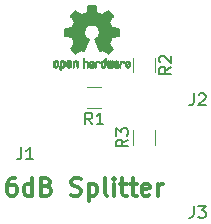
<source format=gto>
G04 #@! TF.GenerationSoftware,KiCad,Pcbnew,5.0.1*
G04 #@! TF.CreationDate,2018-12-27T15:12:00+01:00*
G04 #@! TF.ProjectId,6dBSplitter,36644253706C69747465722E6B696361,rev?*
G04 #@! TF.SameCoordinates,Original*
G04 #@! TF.FileFunction,Legend,Top*
G04 #@! TF.FilePolarity,Positive*
%FSLAX46Y46*%
G04 Gerber Fmt 4.6, Leading zero omitted, Abs format (unit mm)*
G04 Created by KiCad (PCBNEW 5.0.1) date Do 27 Dez 2018 15:12:00 CET*
%MOMM*%
%LPD*%
G01*
G04 APERTURE LIST*
%ADD10C,0.300000*%
%ADD11C,0.120000*%
%ADD12C,0.010000*%
%ADD13C,0.150000*%
G04 APERTURE END LIST*
D10*
X113558571Y-103953571D02*
X113272857Y-103953571D01*
X113130000Y-104025000D01*
X113058571Y-104096428D01*
X112915714Y-104310714D01*
X112844285Y-104596428D01*
X112844285Y-105167857D01*
X112915714Y-105310714D01*
X112987142Y-105382142D01*
X113130000Y-105453571D01*
X113415714Y-105453571D01*
X113558571Y-105382142D01*
X113630000Y-105310714D01*
X113701428Y-105167857D01*
X113701428Y-104810714D01*
X113630000Y-104667857D01*
X113558571Y-104596428D01*
X113415714Y-104525000D01*
X113130000Y-104525000D01*
X112987142Y-104596428D01*
X112915714Y-104667857D01*
X112844285Y-104810714D01*
X114987142Y-105453571D02*
X114987142Y-103953571D01*
X114987142Y-105382142D02*
X114844285Y-105453571D01*
X114558571Y-105453571D01*
X114415714Y-105382142D01*
X114344285Y-105310714D01*
X114272857Y-105167857D01*
X114272857Y-104739285D01*
X114344285Y-104596428D01*
X114415714Y-104525000D01*
X114558571Y-104453571D01*
X114844285Y-104453571D01*
X114987142Y-104525000D01*
X116201428Y-104667857D02*
X116415714Y-104739285D01*
X116487142Y-104810714D01*
X116558571Y-104953571D01*
X116558571Y-105167857D01*
X116487142Y-105310714D01*
X116415714Y-105382142D01*
X116272857Y-105453571D01*
X115701428Y-105453571D01*
X115701428Y-103953571D01*
X116201428Y-103953571D01*
X116344285Y-104025000D01*
X116415714Y-104096428D01*
X116487142Y-104239285D01*
X116487142Y-104382142D01*
X116415714Y-104525000D01*
X116344285Y-104596428D01*
X116201428Y-104667857D01*
X115701428Y-104667857D01*
X118272857Y-105382142D02*
X118487142Y-105453571D01*
X118844285Y-105453571D01*
X118987142Y-105382142D01*
X119058571Y-105310714D01*
X119130000Y-105167857D01*
X119130000Y-105025000D01*
X119058571Y-104882142D01*
X118987142Y-104810714D01*
X118844285Y-104739285D01*
X118558571Y-104667857D01*
X118415714Y-104596428D01*
X118344285Y-104525000D01*
X118272857Y-104382142D01*
X118272857Y-104239285D01*
X118344285Y-104096428D01*
X118415714Y-104025000D01*
X118558571Y-103953571D01*
X118915714Y-103953571D01*
X119130000Y-104025000D01*
X119772857Y-104453571D02*
X119772857Y-105953571D01*
X119772857Y-104525000D02*
X119915714Y-104453571D01*
X120201428Y-104453571D01*
X120344285Y-104525000D01*
X120415714Y-104596428D01*
X120487142Y-104739285D01*
X120487142Y-105167857D01*
X120415714Y-105310714D01*
X120344285Y-105382142D01*
X120201428Y-105453571D01*
X119915714Y-105453571D01*
X119772857Y-105382142D01*
X121344285Y-105453571D02*
X121201428Y-105382142D01*
X121130000Y-105239285D01*
X121130000Y-103953571D01*
X121915714Y-105453571D02*
X121915714Y-104453571D01*
X121915714Y-103953571D02*
X121844285Y-104025000D01*
X121915714Y-104096428D01*
X121987142Y-104025000D01*
X121915714Y-103953571D01*
X121915714Y-104096428D01*
X122415714Y-104453571D02*
X122987142Y-104453571D01*
X122630000Y-103953571D02*
X122630000Y-105239285D01*
X122701428Y-105382142D01*
X122844285Y-105453571D01*
X122987142Y-105453571D01*
X123272857Y-104453571D02*
X123844285Y-104453571D01*
X123487142Y-103953571D02*
X123487142Y-105239285D01*
X123558571Y-105382142D01*
X123701428Y-105453571D01*
X123844285Y-105453571D01*
X124915714Y-105382142D02*
X124772857Y-105453571D01*
X124487142Y-105453571D01*
X124344285Y-105382142D01*
X124272857Y-105239285D01*
X124272857Y-104667857D01*
X124344285Y-104525000D01*
X124487142Y-104453571D01*
X124772857Y-104453571D01*
X124915714Y-104525000D01*
X124987142Y-104667857D01*
X124987142Y-104810714D01*
X124272857Y-104953571D01*
X125630000Y-105453571D02*
X125630000Y-104453571D01*
X125630000Y-104739285D02*
X125701428Y-104596428D01*
X125772857Y-104525000D01*
X125915714Y-104453571D01*
X126058571Y-104453571D01*
D11*
G04 #@! TO.C,R1*
X120834564Y-98065000D02*
X119630436Y-98065000D01*
X120834564Y-96245000D02*
X119630436Y-96245000D01*
G04 #@! TO.C,R2*
X123550000Y-93795436D02*
X123550000Y-94999564D01*
X125370000Y-93795436D02*
X125370000Y-94999564D01*
G04 #@! TO.C,R3*
X123550000Y-101149564D02*
X123550000Y-99945436D01*
X125370000Y-101149564D02*
X125370000Y-99945436D01*
D12*
G04 #@! TO.C,REF\002A\002A*
G36*
X120118910Y-89317348D02*
X120197454Y-89317778D01*
X120254298Y-89318942D01*
X120293105Y-89321207D01*
X120317538Y-89324940D01*
X120331262Y-89330506D01*
X120337940Y-89338273D01*
X120341236Y-89348605D01*
X120341556Y-89349943D01*
X120346562Y-89374079D01*
X120355829Y-89421701D01*
X120368392Y-89487741D01*
X120383287Y-89567128D01*
X120399551Y-89654796D01*
X120400119Y-89657875D01*
X120416410Y-89743789D01*
X120431652Y-89819696D01*
X120444861Y-89881045D01*
X120455054Y-89923282D01*
X120461248Y-89941855D01*
X120461543Y-89942184D01*
X120479788Y-89951253D01*
X120517405Y-89966367D01*
X120566271Y-89984262D01*
X120566543Y-89984358D01*
X120628093Y-90007493D01*
X120700657Y-90036965D01*
X120769057Y-90066597D01*
X120772294Y-90068062D01*
X120883702Y-90118626D01*
X121130399Y-89950160D01*
X121206077Y-89898803D01*
X121274631Y-89852889D01*
X121332088Y-89815030D01*
X121374476Y-89787837D01*
X121397825Y-89773921D01*
X121400042Y-89772889D01*
X121417010Y-89777484D01*
X121448701Y-89799655D01*
X121496352Y-89840447D01*
X121561198Y-89900905D01*
X121627397Y-89965227D01*
X121691214Y-90028612D01*
X121748329Y-90086451D01*
X121795305Y-90135175D01*
X121828703Y-90171210D01*
X121845085Y-90190984D01*
X121845694Y-90192002D01*
X121847505Y-90205572D01*
X121840683Y-90227733D01*
X121823540Y-90261478D01*
X121794393Y-90309800D01*
X121751555Y-90375692D01*
X121694448Y-90460517D01*
X121643766Y-90535177D01*
X121598461Y-90602140D01*
X121561150Y-90657516D01*
X121534452Y-90697420D01*
X121520985Y-90717962D01*
X121520137Y-90719356D01*
X121521781Y-90739038D01*
X121534245Y-90777293D01*
X121555048Y-90826889D01*
X121562462Y-90842728D01*
X121594814Y-90913290D01*
X121629328Y-90993353D01*
X121657365Y-91062629D01*
X121677568Y-91114045D01*
X121693615Y-91153119D01*
X121702888Y-91173541D01*
X121704041Y-91175114D01*
X121721096Y-91177721D01*
X121761298Y-91184863D01*
X121819302Y-91195523D01*
X121889763Y-91208685D01*
X121967335Y-91223333D01*
X122046672Y-91238449D01*
X122122431Y-91253018D01*
X122189264Y-91266022D01*
X122241828Y-91276445D01*
X122274776Y-91283270D01*
X122282857Y-91285199D01*
X122291205Y-91289962D01*
X122297506Y-91300718D01*
X122302045Y-91321098D01*
X122305104Y-91354734D01*
X122306967Y-91405255D01*
X122307918Y-91476292D01*
X122308240Y-91571476D01*
X122308257Y-91610492D01*
X122308257Y-91927799D01*
X122232057Y-91942839D01*
X122189663Y-91950995D01*
X122126400Y-91962899D01*
X122049962Y-91977116D01*
X121968043Y-91992210D01*
X121945400Y-91996355D01*
X121869806Y-92011053D01*
X121803953Y-92025505D01*
X121753366Y-92038375D01*
X121723574Y-92048322D01*
X121718612Y-92051287D01*
X121706426Y-92072283D01*
X121688953Y-92112967D01*
X121669577Y-92165322D01*
X121665734Y-92176600D01*
X121640339Y-92246523D01*
X121608817Y-92325418D01*
X121577969Y-92396266D01*
X121577817Y-92396595D01*
X121526447Y-92507733D01*
X121695399Y-92756253D01*
X121864352Y-93004772D01*
X121647429Y-93222058D01*
X121581819Y-93286726D01*
X121521979Y-93343733D01*
X121471267Y-93390033D01*
X121433046Y-93422584D01*
X121410675Y-93438343D01*
X121407466Y-93439343D01*
X121388626Y-93431469D01*
X121350180Y-93409578D01*
X121296330Y-93376267D01*
X121231276Y-93334131D01*
X121160940Y-93286943D01*
X121089555Y-93238810D01*
X121025908Y-93196928D01*
X120974041Y-93163871D01*
X120937995Y-93142218D01*
X120921867Y-93134543D01*
X120902189Y-93141037D01*
X120864875Y-93158150D01*
X120817621Y-93182326D01*
X120812612Y-93185013D01*
X120748977Y-93216927D01*
X120705341Y-93232579D01*
X120678202Y-93232745D01*
X120664057Y-93218204D01*
X120663975Y-93218000D01*
X120656905Y-93200779D01*
X120640042Y-93159899D01*
X120614695Y-93098525D01*
X120582171Y-93019819D01*
X120543778Y-92926947D01*
X120500822Y-92823072D01*
X120459222Y-92722502D01*
X120413504Y-92611516D01*
X120371526Y-92508703D01*
X120334548Y-92417215D01*
X120303827Y-92340201D01*
X120280622Y-92280815D01*
X120266190Y-92242209D01*
X120261743Y-92227800D01*
X120272896Y-92211272D01*
X120302069Y-92184930D01*
X120340971Y-92155887D01*
X120451757Y-92064039D01*
X120538351Y-91958759D01*
X120599716Y-91842266D01*
X120634815Y-91716776D01*
X120642608Y-91584507D01*
X120636943Y-91523457D01*
X120606078Y-91396795D01*
X120552920Y-91284941D01*
X120480767Y-91189001D01*
X120392917Y-91110076D01*
X120292665Y-91049270D01*
X120183310Y-91007687D01*
X120068147Y-90986428D01*
X119950475Y-90986599D01*
X119833590Y-91009301D01*
X119720789Y-91055638D01*
X119615369Y-91126713D01*
X119571368Y-91166911D01*
X119486979Y-91270129D01*
X119428222Y-91382925D01*
X119394704Y-91502010D01*
X119386035Y-91624095D01*
X119401823Y-91745893D01*
X119441678Y-91864116D01*
X119505207Y-91975475D01*
X119592021Y-92076684D01*
X119689029Y-92155887D01*
X119729437Y-92186162D01*
X119757982Y-92212219D01*
X119768257Y-92227825D01*
X119762877Y-92244843D01*
X119747575Y-92285500D01*
X119723612Y-92346642D01*
X119692244Y-92425119D01*
X119654732Y-92517780D01*
X119612333Y-92621472D01*
X119570663Y-92722526D01*
X119524690Y-92833607D01*
X119482107Y-92936541D01*
X119444221Y-93028165D01*
X119412340Y-93105316D01*
X119387771Y-93164831D01*
X119371820Y-93203544D01*
X119365910Y-93218000D01*
X119351948Y-93232685D01*
X119324940Y-93232642D01*
X119281413Y-93217099D01*
X119217890Y-93185284D01*
X119217388Y-93185013D01*
X119169560Y-93160323D01*
X119130897Y-93142338D01*
X119109095Y-93134614D01*
X119108133Y-93134543D01*
X119091721Y-93142378D01*
X119055487Y-93164165D01*
X119003474Y-93197328D01*
X118939725Y-93239291D01*
X118869060Y-93286943D01*
X118797116Y-93335191D01*
X118732274Y-93377151D01*
X118678735Y-93410227D01*
X118640697Y-93431821D01*
X118622533Y-93439343D01*
X118605808Y-93429457D01*
X118572180Y-93401826D01*
X118525010Y-93359495D01*
X118467658Y-93305505D01*
X118403484Y-93242899D01*
X118382497Y-93221983D01*
X118165499Y-93004623D01*
X118330668Y-92762220D01*
X118380864Y-92687781D01*
X118424919Y-92620972D01*
X118460362Y-92565665D01*
X118484719Y-92525729D01*
X118495522Y-92505036D01*
X118495838Y-92503563D01*
X118490143Y-92484058D01*
X118474826Y-92444822D01*
X118452537Y-92392430D01*
X118436893Y-92357355D01*
X118407641Y-92290201D01*
X118380094Y-92222358D01*
X118358737Y-92165034D01*
X118352935Y-92147572D01*
X118336452Y-92100938D01*
X118320340Y-92064905D01*
X118311490Y-92051287D01*
X118291960Y-92042952D01*
X118249334Y-92031137D01*
X118189145Y-92017181D01*
X118116922Y-92002422D01*
X118084600Y-91996355D01*
X118002522Y-91981273D01*
X117923795Y-91966669D01*
X117856109Y-91953980D01*
X117807160Y-91944642D01*
X117797943Y-91942839D01*
X117721743Y-91927799D01*
X117721743Y-91610492D01*
X117721914Y-91506154D01*
X117722616Y-91427213D01*
X117724134Y-91370038D01*
X117726749Y-91330999D01*
X117730746Y-91306465D01*
X117736409Y-91292805D01*
X117744020Y-91286389D01*
X117747143Y-91285199D01*
X117765978Y-91280980D01*
X117807588Y-91272562D01*
X117866630Y-91260961D01*
X117937757Y-91247195D01*
X118015625Y-91232280D01*
X118094887Y-91217232D01*
X118170198Y-91203069D01*
X118236213Y-91190806D01*
X118287587Y-91181461D01*
X118318975Y-91176050D01*
X118325959Y-91175114D01*
X118332285Y-91162596D01*
X118346290Y-91129246D01*
X118365355Y-91081377D01*
X118372634Y-91062629D01*
X118401996Y-90990195D01*
X118436571Y-90910170D01*
X118467537Y-90842728D01*
X118490323Y-90791159D01*
X118505482Y-90748785D01*
X118510542Y-90722834D01*
X118509736Y-90719356D01*
X118499041Y-90702936D01*
X118474620Y-90666417D01*
X118439095Y-90613687D01*
X118395087Y-90548635D01*
X118345217Y-90475151D01*
X118335356Y-90460645D01*
X118277492Y-90374704D01*
X118234956Y-90309261D01*
X118206054Y-90261304D01*
X118189090Y-90227820D01*
X118182367Y-90205795D01*
X118184190Y-90192217D01*
X118184236Y-90192131D01*
X118198586Y-90174297D01*
X118230323Y-90139817D01*
X118276010Y-90092268D01*
X118332204Y-90035222D01*
X118395468Y-89972255D01*
X118402602Y-89965227D01*
X118482330Y-89888020D01*
X118543857Y-89831330D01*
X118588421Y-89794110D01*
X118617257Y-89775315D01*
X118629958Y-89772889D01*
X118648494Y-89783471D01*
X118686961Y-89807916D01*
X118741386Y-89843612D01*
X118807798Y-89887947D01*
X118882225Y-89938311D01*
X118899601Y-89950160D01*
X119146297Y-90118626D01*
X119257706Y-90068062D01*
X119325457Y-90038595D01*
X119398183Y-90008959D01*
X119460703Y-89985330D01*
X119463457Y-89984358D01*
X119512360Y-89966457D01*
X119550057Y-89951320D01*
X119568425Y-89942210D01*
X119568456Y-89942184D01*
X119574285Y-89925717D01*
X119584192Y-89885219D01*
X119597195Y-89825242D01*
X119612309Y-89750340D01*
X119628552Y-89665064D01*
X119629881Y-89657875D01*
X119646175Y-89570014D01*
X119661133Y-89490260D01*
X119673791Y-89423681D01*
X119683186Y-89375347D01*
X119688354Y-89350325D01*
X119688444Y-89349943D01*
X119691589Y-89339299D01*
X119697704Y-89331262D01*
X119710453Y-89325467D01*
X119733500Y-89321547D01*
X119770509Y-89319135D01*
X119825144Y-89317865D01*
X119901067Y-89317371D01*
X120001944Y-89317286D01*
X120015000Y-89317286D01*
X120118910Y-89317348D01*
X120118910Y-89317348D01*
G37*
X120118910Y-89317348D02*
X120197454Y-89317778D01*
X120254298Y-89318942D01*
X120293105Y-89321207D01*
X120317538Y-89324940D01*
X120331262Y-89330506D01*
X120337940Y-89338273D01*
X120341236Y-89348605D01*
X120341556Y-89349943D01*
X120346562Y-89374079D01*
X120355829Y-89421701D01*
X120368392Y-89487741D01*
X120383287Y-89567128D01*
X120399551Y-89654796D01*
X120400119Y-89657875D01*
X120416410Y-89743789D01*
X120431652Y-89819696D01*
X120444861Y-89881045D01*
X120455054Y-89923282D01*
X120461248Y-89941855D01*
X120461543Y-89942184D01*
X120479788Y-89951253D01*
X120517405Y-89966367D01*
X120566271Y-89984262D01*
X120566543Y-89984358D01*
X120628093Y-90007493D01*
X120700657Y-90036965D01*
X120769057Y-90066597D01*
X120772294Y-90068062D01*
X120883702Y-90118626D01*
X121130399Y-89950160D01*
X121206077Y-89898803D01*
X121274631Y-89852889D01*
X121332088Y-89815030D01*
X121374476Y-89787837D01*
X121397825Y-89773921D01*
X121400042Y-89772889D01*
X121417010Y-89777484D01*
X121448701Y-89799655D01*
X121496352Y-89840447D01*
X121561198Y-89900905D01*
X121627397Y-89965227D01*
X121691214Y-90028612D01*
X121748329Y-90086451D01*
X121795305Y-90135175D01*
X121828703Y-90171210D01*
X121845085Y-90190984D01*
X121845694Y-90192002D01*
X121847505Y-90205572D01*
X121840683Y-90227733D01*
X121823540Y-90261478D01*
X121794393Y-90309800D01*
X121751555Y-90375692D01*
X121694448Y-90460517D01*
X121643766Y-90535177D01*
X121598461Y-90602140D01*
X121561150Y-90657516D01*
X121534452Y-90697420D01*
X121520985Y-90717962D01*
X121520137Y-90719356D01*
X121521781Y-90739038D01*
X121534245Y-90777293D01*
X121555048Y-90826889D01*
X121562462Y-90842728D01*
X121594814Y-90913290D01*
X121629328Y-90993353D01*
X121657365Y-91062629D01*
X121677568Y-91114045D01*
X121693615Y-91153119D01*
X121702888Y-91173541D01*
X121704041Y-91175114D01*
X121721096Y-91177721D01*
X121761298Y-91184863D01*
X121819302Y-91195523D01*
X121889763Y-91208685D01*
X121967335Y-91223333D01*
X122046672Y-91238449D01*
X122122431Y-91253018D01*
X122189264Y-91266022D01*
X122241828Y-91276445D01*
X122274776Y-91283270D01*
X122282857Y-91285199D01*
X122291205Y-91289962D01*
X122297506Y-91300718D01*
X122302045Y-91321098D01*
X122305104Y-91354734D01*
X122306967Y-91405255D01*
X122307918Y-91476292D01*
X122308240Y-91571476D01*
X122308257Y-91610492D01*
X122308257Y-91927799D01*
X122232057Y-91942839D01*
X122189663Y-91950995D01*
X122126400Y-91962899D01*
X122049962Y-91977116D01*
X121968043Y-91992210D01*
X121945400Y-91996355D01*
X121869806Y-92011053D01*
X121803953Y-92025505D01*
X121753366Y-92038375D01*
X121723574Y-92048322D01*
X121718612Y-92051287D01*
X121706426Y-92072283D01*
X121688953Y-92112967D01*
X121669577Y-92165322D01*
X121665734Y-92176600D01*
X121640339Y-92246523D01*
X121608817Y-92325418D01*
X121577969Y-92396266D01*
X121577817Y-92396595D01*
X121526447Y-92507733D01*
X121695399Y-92756253D01*
X121864352Y-93004772D01*
X121647429Y-93222058D01*
X121581819Y-93286726D01*
X121521979Y-93343733D01*
X121471267Y-93390033D01*
X121433046Y-93422584D01*
X121410675Y-93438343D01*
X121407466Y-93439343D01*
X121388626Y-93431469D01*
X121350180Y-93409578D01*
X121296330Y-93376267D01*
X121231276Y-93334131D01*
X121160940Y-93286943D01*
X121089555Y-93238810D01*
X121025908Y-93196928D01*
X120974041Y-93163871D01*
X120937995Y-93142218D01*
X120921867Y-93134543D01*
X120902189Y-93141037D01*
X120864875Y-93158150D01*
X120817621Y-93182326D01*
X120812612Y-93185013D01*
X120748977Y-93216927D01*
X120705341Y-93232579D01*
X120678202Y-93232745D01*
X120664057Y-93218204D01*
X120663975Y-93218000D01*
X120656905Y-93200779D01*
X120640042Y-93159899D01*
X120614695Y-93098525D01*
X120582171Y-93019819D01*
X120543778Y-92926947D01*
X120500822Y-92823072D01*
X120459222Y-92722502D01*
X120413504Y-92611516D01*
X120371526Y-92508703D01*
X120334548Y-92417215D01*
X120303827Y-92340201D01*
X120280622Y-92280815D01*
X120266190Y-92242209D01*
X120261743Y-92227800D01*
X120272896Y-92211272D01*
X120302069Y-92184930D01*
X120340971Y-92155887D01*
X120451757Y-92064039D01*
X120538351Y-91958759D01*
X120599716Y-91842266D01*
X120634815Y-91716776D01*
X120642608Y-91584507D01*
X120636943Y-91523457D01*
X120606078Y-91396795D01*
X120552920Y-91284941D01*
X120480767Y-91189001D01*
X120392917Y-91110076D01*
X120292665Y-91049270D01*
X120183310Y-91007687D01*
X120068147Y-90986428D01*
X119950475Y-90986599D01*
X119833590Y-91009301D01*
X119720789Y-91055638D01*
X119615369Y-91126713D01*
X119571368Y-91166911D01*
X119486979Y-91270129D01*
X119428222Y-91382925D01*
X119394704Y-91502010D01*
X119386035Y-91624095D01*
X119401823Y-91745893D01*
X119441678Y-91864116D01*
X119505207Y-91975475D01*
X119592021Y-92076684D01*
X119689029Y-92155887D01*
X119729437Y-92186162D01*
X119757982Y-92212219D01*
X119768257Y-92227825D01*
X119762877Y-92244843D01*
X119747575Y-92285500D01*
X119723612Y-92346642D01*
X119692244Y-92425119D01*
X119654732Y-92517780D01*
X119612333Y-92621472D01*
X119570663Y-92722526D01*
X119524690Y-92833607D01*
X119482107Y-92936541D01*
X119444221Y-93028165D01*
X119412340Y-93105316D01*
X119387771Y-93164831D01*
X119371820Y-93203544D01*
X119365910Y-93218000D01*
X119351948Y-93232685D01*
X119324940Y-93232642D01*
X119281413Y-93217099D01*
X119217890Y-93185284D01*
X119217388Y-93185013D01*
X119169560Y-93160323D01*
X119130897Y-93142338D01*
X119109095Y-93134614D01*
X119108133Y-93134543D01*
X119091721Y-93142378D01*
X119055487Y-93164165D01*
X119003474Y-93197328D01*
X118939725Y-93239291D01*
X118869060Y-93286943D01*
X118797116Y-93335191D01*
X118732274Y-93377151D01*
X118678735Y-93410227D01*
X118640697Y-93431821D01*
X118622533Y-93439343D01*
X118605808Y-93429457D01*
X118572180Y-93401826D01*
X118525010Y-93359495D01*
X118467658Y-93305505D01*
X118403484Y-93242899D01*
X118382497Y-93221983D01*
X118165499Y-93004623D01*
X118330668Y-92762220D01*
X118380864Y-92687781D01*
X118424919Y-92620972D01*
X118460362Y-92565665D01*
X118484719Y-92525729D01*
X118495522Y-92505036D01*
X118495838Y-92503563D01*
X118490143Y-92484058D01*
X118474826Y-92444822D01*
X118452537Y-92392430D01*
X118436893Y-92357355D01*
X118407641Y-92290201D01*
X118380094Y-92222358D01*
X118358737Y-92165034D01*
X118352935Y-92147572D01*
X118336452Y-92100938D01*
X118320340Y-92064905D01*
X118311490Y-92051287D01*
X118291960Y-92042952D01*
X118249334Y-92031137D01*
X118189145Y-92017181D01*
X118116922Y-92002422D01*
X118084600Y-91996355D01*
X118002522Y-91981273D01*
X117923795Y-91966669D01*
X117856109Y-91953980D01*
X117807160Y-91944642D01*
X117797943Y-91942839D01*
X117721743Y-91927799D01*
X117721743Y-91610492D01*
X117721914Y-91506154D01*
X117722616Y-91427213D01*
X117724134Y-91370038D01*
X117726749Y-91330999D01*
X117730746Y-91306465D01*
X117736409Y-91292805D01*
X117744020Y-91286389D01*
X117747143Y-91285199D01*
X117765978Y-91280980D01*
X117807588Y-91272562D01*
X117866630Y-91260961D01*
X117937757Y-91247195D01*
X118015625Y-91232280D01*
X118094887Y-91217232D01*
X118170198Y-91203069D01*
X118236213Y-91190806D01*
X118287587Y-91181461D01*
X118318975Y-91176050D01*
X118325959Y-91175114D01*
X118332285Y-91162596D01*
X118346290Y-91129246D01*
X118365355Y-91081377D01*
X118372634Y-91062629D01*
X118401996Y-90990195D01*
X118436571Y-90910170D01*
X118467537Y-90842728D01*
X118490323Y-90791159D01*
X118505482Y-90748785D01*
X118510542Y-90722834D01*
X118509736Y-90719356D01*
X118499041Y-90702936D01*
X118474620Y-90666417D01*
X118439095Y-90613687D01*
X118395087Y-90548635D01*
X118345217Y-90475151D01*
X118335356Y-90460645D01*
X118277492Y-90374704D01*
X118234956Y-90309261D01*
X118206054Y-90261304D01*
X118189090Y-90227820D01*
X118182367Y-90205795D01*
X118184190Y-90192217D01*
X118184236Y-90192131D01*
X118198586Y-90174297D01*
X118230323Y-90139817D01*
X118276010Y-90092268D01*
X118332204Y-90035222D01*
X118395468Y-89972255D01*
X118402602Y-89965227D01*
X118482330Y-89888020D01*
X118543857Y-89831330D01*
X118588421Y-89794110D01*
X118617257Y-89775315D01*
X118629958Y-89772889D01*
X118648494Y-89783471D01*
X118686961Y-89807916D01*
X118741386Y-89843612D01*
X118807798Y-89887947D01*
X118882225Y-89938311D01*
X118899601Y-89950160D01*
X119146297Y-90118626D01*
X119257706Y-90068062D01*
X119325457Y-90038595D01*
X119398183Y-90008959D01*
X119460703Y-89985330D01*
X119463457Y-89984358D01*
X119512360Y-89966457D01*
X119550057Y-89951320D01*
X119568425Y-89942210D01*
X119568456Y-89942184D01*
X119574285Y-89925717D01*
X119584192Y-89885219D01*
X119597195Y-89825242D01*
X119612309Y-89750340D01*
X119628552Y-89665064D01*
X119629881Y-89657875D01*
X119646175Y-89570014D01*
X119661133Y-89490260D01*
X119673791Y-89423681D01*
X119683186Y-89375347D01*
X119688354Y-89350325D01*
X119688444Y-89349943D01*
X119691589Y-89339299D01*
X119697704Y-89331262D01*
X119710453Y-89325467D01*
X119733500Y-89321547D01*
X119770509Y-89319135D01*
X119825144Y-89317865D01*
X119901067Y-89317371D01*
X120001944Y-89317286D01*
X120015000Y-89317286D01*
X120118910Y-89317348D01*
G36*
X123168595Y-94041966D02*
X123226021Y-94079497D01*
X123253719Y-94113096D01*
X123275662Y-94174064D01*
X123277405Y-94222308D01*
X123273457Y-94286816D01*
X123124686Y-94351934D01*
X123052349Y-94385202D01*
X123005084Y-94411964D01*
X122980507Y-94435144D01*
X122976237Y-94457667D01*
X122989889Y-94482455D01*
X123004943Y-94498886D01*
X123048746Y-94525235D01*
X123096389Y-94527081D01*
X123140145Y-94506546D01*
X123172289Y-94465752D01*
X123178038Y-94451347D01*
X123205576Y-94406356D01*
X123237258Y-94387182D01*
X123280714Y-94370779D01*
X123280714Y-94432966D01*
X123276872Y-94475283D01*
X123261823Y-94510969D01*
X123230280Y-94551943D01*
X123225592Y-94557267D01*
X123190506Y-94593720D01*
X123160347Y-94613283D01*
X123122615Y-94622283D01*
X123091335Y-94625230D01*
X123035385Y-94625965D01*
X122995555Y-94616660D01*
X122970708Y-94602846D01*
X122931656Y-94572467D01*
X122904625Y-94539613D01*
X122887517Y-94498294D01*
X122878238Y-94442521D01*
X122874693Y-94366305D01*
X122874410Y-94327622D01*
X122875372Y-94281247D01*
X122963007Y-94281247D01*
X122964023Y-94306126D01*
X122966556Y-94310200D01*
X122983274Y-94304665D01*
X123019249Y-94290017D01*
X123067331Y-94269190D01*
X123077386Y-94264714D01*
X123138152Y-94233814D01*
X123171632Y-94206657D01*
X123178990Y-94181220D01*
X123161391Y-94155481D01*
X123146856Y-94144109D01*
X123094410Y-94121364D01*
X123045322Y-94125122D01*
X123004227Y-94152884D01*
X122975758Y-94202152D01*
X122966631Y-94241257D01*
X122963007Y-94281247D01*
X122875372Y-94281247D01*
X122876285Y-94237249D01*
X122883196Y-94170384D01*
X122896884Y-94121695D01*
X122919096Y-94085849D01*
X122951574Y-94057513D01*
X122965733Y-94048355D01*
X123030053Y-94024507D01*
X123100473Y-94023006D01*
X123168595Y-94041966D01*
X123168595Y-94041966D01*
G37*
X123168595Y-94041966D02*
X123226021Y-94079497D01*
X123253719Y-94113096D01*
X123275662Y-94174064D01*
X123277405Y-94222308D01*
X123273457Y-94286816D01*
X123124686Y-94351934D01*
X123052349Y-94385202D01*
X123005084Y-94411964D01*
X122980507Y-94435144D01*
X122976237Y-94457667D01*
X122989889Y-94482455D01*
X123004943Y-94498886D01*
X123048746Y-94525235D01*
X123096389Y-94527081D01*
X123140145Y-94506546D01*
X123172289Y-94465752D01*
X123178038Y-94451347D01*
X123205576Y-94406356D01*
X123237258Y-94387182D01*
X123280714Y-94370779D01*
X123280714Y-94432966D01*
X123276872Y-94475283D01*
X123261823Y-94510969D01*
X123230280Y-94551943D01*
X123225592Y-94557267D01*
X123190506Y-94593720D01*
X123160347Y-94613283D01*
X123122615Y-94622283D01*
X123091335Y-94625230D01*
X123035385Y-94625965D01*
X122995555Y-94616660D01*
X122970708Y-94602846D01*
X122931656Y-94572467D01*
X122904625Y-94539613D01*
X122887517Y-94498294D01*
X122878238Y-94442521D01*
X122874693Y-94366305D01*
X122874410Y-94327622D01*
X122875372Y-94281247D01*
X122963007Y-94281247D01*
X122964023Y-94306126D01*
X122966556Y-94310200D01*
X122983274Y-94304665D01*
X123019249Y-94290017D01*
X123067331Y-94269190D01*
X123077386Y-94264714D01*
X123138152Y-94233814D01*
X123171632Y-94206657D01*
X123178990Y-94181220D01*
X123161391Y-94155481D01*
X123146856Y-94144109D01*
X123094410Y-94121364D01*
X123045322Y-94125122D01*
X123004227Y-94152884D01*
X122975758Y-94202152D01*
X122966631Y-94241257D01*
X122963007Y-94281247D01*
X122875372Y-94281247D01*
X122876285Y-94237249D01*
X122883196Y-94170384D01*
X122896884Y-94121695D01*
X122919096Y-94085849D01*
X122951574Y-94057513D01*
X122965733Y-94048355D01*
X123030053Y-94024507D01*
X123100473Y-94023006D01*
X123168595Y-94041966D01*
G36*
X122667600Y-94033752D02*
X122684948Y-94041334D01*
X122726356Y-94074128D01*
X122761765Y-94121547D01*
X122783664Y-94172151D01*
X122787229Y-94197098D01*
X122775279Y-94231927D01*
X122749067Y-94250357D01*
X122720964Y-94261516D01*
X122708095Y-94263572D01*
X122701829Y-94248649D01*
X122689456Y-94216175D01*
X122684028Y-94201502D01*
X122653590Y-94150744D01*
X122609520Y-94125427D01*
X122553010Y-94126206D01*
X122548825Y-94127203D01*
X122518655Y-94141507D01*
X122496476Y-94169393D01*
X122481327Y-94214287D01*
X122472250Y-94279615D01*
X122468286Y-94368804D01*
X122467914Y-94416261D01*
X122467730Y-94491071D01*
X122466522Y-94542069D01*
X122463309Y-94574471D01*
X122457109Y-94593495D01*
X122446940Y-94604356D01*
X122431819Y-94612272D01*
X122430946Y-94612670D01*
X122401828Y-94624981D01*
X122387403Y-94629514D01*
X122385186Y-94615809D01*
X122383289Y-94577925D01*
X122381847Y-94520715D01*
X122380998Y-94449027D01*
X122380829Y-94396565D01*
X122381692Y-94295047D01*
X122385070Y-94218032D01*
X122392142Y-94161023D01*
X122404088Y-94119526D01*
X122422090Y-94089043D01*
X122447327Y-94065080D01*
X122472247Y-94048355D01*
X122532171Y-94026097D01*
X122601911Y-94021076D01*
X122667600Y-94033752D01*
X122667600Y-94033752D01*
G37*
X122667600Y-94033752D02*
X122684948Y-94041334D01*
X122726356Y-94074128D01*
X122761765Y-94121547D01*
X122783664Y-94172151D01*
X122787229Y-94197098D01*
X122775279Y-94231927D01*
X122749067Y-94250357D01*
X122720964Y-94261516D01*
X122708095Y-94263572D01*
X122701829Y-94248649D01*
X122689456Y-94216175D01*
X122684028Y-94201502D01*
X122653590Y-94150744D01*
X122609520Y-94125427D01*
X122553010Y-94126206D01*
X122548825Y-94127203D01*
X122518655Y-94141507D01*
X122496476Y-94169393D01*
X122481327Y-94214287D01*
X122472250Y-94279615D01*
X122468286Y-94368804D01*
X122467914Y-94416261D01*
X122467730Y-94491071D01*
X122466522Y-94542069D01*
X122463309Y-94574471D01*
X122457109Y-94593495D01*
X122446940Y-94604356D01*
X122431819Y-94612272D01*
X122430946Y-94612670D01*
X122401828Y-94624981D01*
X122387403Y-94629514D01*
X122385186Y-94615809D01*
X122383289Y-94577925D01*
X122381847Y-94520715D01*
X122380998Y-94449027D01*
X122380829Y-94396565D01*
X122381692Y-94295047D01*
X122385070Y-94218032D01*
X122392142Y-94161023D01*
X122404088Y-94119526D01*
X122422090Y-94089043D01*
X122447327Y-94065080D01*
X122472247Y-94048355D01*
X122532171Y-94026097D01*
X122601911Y-94021076D01*
X122667600Y-94033752D01*
G36*
X122159876Y-94031335D02*
X122201667Y-94050344D01*
X122234469Y-94073378D01*
X122258503Y-94099133D01*
X122275097Y-94132358D01*
X122285577Y-94177800D01*
X122291271Y-94240207D01*
X122293507Y-94324327D01*
X122293743Y-94379721D01*
X122293743Y-94595826D01*
X122256774Y-94612670D01*
X122227656Y-94624981D01*
X122213231Y-94629514D01*
X122210472Y-94616025D01*
X122208282Y-94579653D01*
X122206942Y-94526542D01*
X122206657Y-94484372D01*
X122205434Y-94423447D01*
X122202136Y-94375115D01*
X122197321Y-94345518D01*
X122193496Y-94339229D01*
X122167783Y-94345652D01*
X122127418Y-94362125D01*
X122080679Y-94384458D01*
X122035845Y-94408457D01*
X122001193Y-94429930D01*
X121985002Y-94444685D01*
X121984938Y-94444845D01*
X121986330Y-94472152D01*
X121998818Y-94498219D01*
X122020743Y-94519392D01*
X122052743Y-94526474D01*
X122080092Y-94525649D01*
X122118826Y-94525042D01*
X122139158Y-94534116D01*
X122151369Y-94558092D01*
X122152909Y-94562613D01*
X122158203Y-94596806D01*
X122144047Y-94617568D01*
X122107148Y-94627462D01*
X122067289Y-94629292D01*
X121995562Y-94615727D01*
X121958432Y-94596355D01*
X121912576Y-94550845D01*
X121888256Y-94494983D01*
X121886073Y-94435957D01*
X121906629Y-94380953D01*
X121937549Y-94346486D01*
X121968420Y-94327189D01*
X122016942Y-94302759D01*
X122073485Y-94277985D01*
X122082910Y-94274199D01*
X122145019Y-94246791D01*
X122180822Y-94222634D01*
X122192337Y-94198619D01*
X122181580Y-94171635D01*
X122163114Y-94150543D01*
X122119469Y-94124572D01*
X122071446Y-94122624D01*
X122027406Y-94142637D01*
X121995709Y-94182551D01*
X121991549Y-94192848D01*
X121967327Y-94230724D01*
X121931965Y-94258842D01*
X121887343Y-94281917D01*
X121887343Y-94216485D01*
X121889969Y-94176506D01*
X121901230Y-94144997D01*
X121926199Y-94111378D01*
X121950169Y-94085484D01*
X121987441Y-94048817D01*
X122016401Y-94029121D01*
X122047505Y-94021220D01*
X122082713Y-94019914D01*
X122159876Y-94031335D01*
X122159876Y-94031335D01*
G37*
X122159876Y-94031335D02*
X122201667Y-94050344D01*
X122234469Y-94073378D01*
X122258503Y-94099133D01*
X122275097Y-94132358D01*
X122285577Y-94177800D01*
X122291271Y-94240207D01*
X122293507Y-94324327D01*
X122293743Y-94379721D01*
X122293743Y-94595826D01*
X122256774Y-94612670D01*
X122227656Y-94624981D01*
X122213231Y-94629514D01*
X122210472Y-94616025D01*
X122208282Y-94579653D01*
X122206942Y-94526542D01*
X122206657Y-94484372D01*
X122205434Y-94423447D01*
X122202136Y-94375115D01*
X122197321Y-94345518D01*
X122193496Y-94339229D01*
X122167783Y-94345652D01*
X122127418Y-94362125D01*
X122080679Y-94384458D01*
X122035845Y-94408457D01*
X122001193Y-94429930D01*
X121985002Y-94444685D01*
X121984938Y-94444845D01*
X121986330Y-94472152D01*
X121998818Y-94498219D01*
X122020743Y-94519392D01*
X122052743Y-94526474D01*
X122080092Y-94525649D01*
X122118826Y-94525042D01*
X122139158Y-94534116D01*
X122151369Y-94558092D01*
X122152909Y-94562613D01*
X122158203Y-94596806D01*
X122144047Y-94617568D01*
X122107148Y-94627462D01*
X122067289Y-94629292D01*
X121995562Y-94615727D01*
X121958432Y-94596355D01*
X121912576Y-94550845D01*
X121888256Y-94494983D01*
X121886073Y-94435957D01*
X121906629Y-94380953D01*
X121937549Y-94346486D01*
X121968420Y-94327189D01*
X122016942Y-94302759D01*
X122073485Y-94277985D01*
X122082910Y-94274199D01*
X122145019Y-94246791D01*
X122180822Y-94222634D01*
X122192337Y-94198619D01*
X122181580Y-94171635D01*
X122163114Y-94150543D01*
X122119469Y-94124572D01*
X122071446Y-94122624D01*
X122027406Y-94142637D01*
X121995709Y-94182551D01*
X121991549Y-94192848D01*
X121967327Y-94230724D01*
X121931965Y-94258842D01*
X121887343Y-94281917D01*
X121887343Y-94216485D01*
X121889969Y-94176506D01*
X121901230Y-94144997D01*
X121926199Y-94111378D01*
X121950169Y-94085484D01*
X121987441Y-94048817D01*
X122016401Y-94029121D01*
X122047505Y-94021220D01*
X122082713Y-94019914D01*
X122159876Y-94031335D01*
G36*
X121794833Y-94033663D02*
X121797048Y-94071850D01*
X121798784Y-94129886D01*
X121799899Y-94203180D01*
X121800257Y-94280055D01*
X121800257Y-94540196D01*
X121754326Y-94586127D01*
X121722675Y-94614429D01*
X121694890Y-94625893D01*
X121656915Y-94625168D01*
X121641840Y-94623321D01*
X121594726Y-94617948D01*
X121555756Y-94614869D01*
X121546257Y-94614585D01*
X121514233Y-94616445D01*
X121468432Y-94621114D01*
X121450674Y-94623321D01*
X121407057Y-94626735D01*
X121377745Y-94619320D01*
X121348680Y-94596427D01*
X121338188Y-94586127D01*
X121292257Y-94540196D01*
X121292257Y-94053602D01*
X121329226Y-94036758D01*
X121361059Y-94024282D01*
X121379683Y-94019914D01*
X121384458Y-94033718D01*
X121388921Y-94072286D01*
X121392775Y-94131356D01*
X121395722Y-94206663D01*
X121397143Y-94270286D01*
X121401114Y-94520657D01*
X121435759Y-94525556D01*
X121467268Y-94522131D01*
X121482708Y-94511041D01*
X121487023Y-94490308D01*
X121490708Y-94446145D01*
X121493469Y-94384146D01*
X121495012Y-94309909D01*
X121495235Y-94271706D01*
X121495457Y-94051783D01*
X121541166Y-94035849D01*
X121573518Y-94025015D01*
X121591115Y-94019962D01*
X121591623Y-94019914D01*
X121593388Y-94033648D01*
X121595329Y-94071730D01*
X121597282Y-94129482D01*
X121599084Y-94202227D01*
X121600343Y-94270286D01*
X121604314Y-94520657D01*
X121691400Y-94520657D01*
X121695396Y-94292240D01*
X121699392Y-94063822D01*
X121741847Y-94041868D01*
X121773192Y-94026793D01*
X121791744Y-94019951D01*
X121792279Y-94019914D01*
X121794833Y-94033663D01*
X121794833Y-94033663D01*
G37*
X121794833Y-94033663D02*
X121797048Y-94071850D01*
X121798784Y-94129886D01*
X121799899Y-94203180D01*
X121800257Y-94280055D01*
X121800257Y-94540196D01*
X121754326Y-94586127D01*
X121722675Y-94614429D01*
X121694890Y-94625893D01*
X121656915Y-94625168D01*
X121641840Y-94623321D01*
X121594726Y-94617948D01*
X121555756Y-94614869D01*
X121546257Y-94614585D01*
X121514233Y-94616445D01*
X121468432Y-94621114D01*
X121450674Y-94623321D01*
X121407057Y-94626735D01*
X121377745Y-94619320D01*
X121348680Y-94596427D01*
X121338188Y-94586127D01*
X121292257Y-94540196D01*
X121292257Y-94053602D01*
X121329226Y-94036758D01*
X121361059Y-94024282D01*
X121379683Y-94019914D01*
X121384458Y-94033718D01*
X121388921Y-94072286D01*
X121392775Y-94131356D01*
X121395722Y-94206663D01*
X121397143Y-94270286D01*
X121401114Y-94520657D01*
X121435759Y-94525556D01*
X121467268Y-94522131D01*
X121482708Y-94511041D01*
X121487023Y-94490308D01*
X121490708Y-94446145D01*
X121493469Y-94384146D01*
X121495012Y-94309909D01*
X121495235Y-94271706D01*
X121495457Y-94051783D01*
X121541166Y-94035849D01*
X121573518Y-94025015D01*
X121591115Y-94019962D01*
X121591623Y-94019914D01*
X121593388Y-94033648D01*
X121595329Y-94071730D01*
X121597282Y-94129482D01*
X121599084Y-94202227D01*
X121600343Y-94270286D01*
X121604314Y-94520657D01*
X121691400Y-94520657D01*
X121695396Y-94292240D01*
X121699392Y-94063822D01*
X121741847Y-94041868D01*
X121773192Y-94026793D01*
X121791744Y-94019951D01*
X121792279Y-94019914D01*
X121794833Y-94033663D01*
G36*
X121205117Y-94140358D02*
X121204933Y-94248837D01*
X121204219Y-94332287D01*
X121202675Y-94394704D01*
X121200001Y-94440085D01*
X121195894Y-94472429D01*
X121190055Y-94495733D01*
X121182182Y-94513995D01*
X121176221Y-94524418D01*
X121126855Y-94580945D01*
X121064264Y-94616377D01*
X120995013Y-94629090D01*
X120925668Y-94617463D01*
X120884375Y-94596568D01*
X120841025Y-94560422D01*
X120811481Y-94516276D01*
X120793655Y-94458462D01*
X120785463Y-94381313D01*
X120784302Y-94324714D01*
X120784458Y-94320647D01*
X120885857Y-94320647D01*
X120886476Y-94385550D01*
X120889314Y-94428514D01*
X120895840Y-94456622D01*
X120907523Y-94476953D01*
X120921483Y-94492288D01*
X120968365Y-94521890D01*
X121018701Y-94524419D01*
X121066276Y-94499705D01*
X121069979Y-94496356D01*
X121085783Y-94478935D01*
X121095693Y-94458209D01*
X121101058Y-94427362D01*
X121103228Y-94379577D01*
X121103571Y-94326748D01*
X121102827Y-94260381D01*
X121099748Y-94216106D01*
X121093061Y-94187009D01*
X121081496Y-94166173D01*
X121072013Y-94155107D01*
X121027960Y-94127198D01*
X120977224Y-94123843D01*
X120928796Y-94145159D01*
X120919450Y-94153073D01*
X120903540Y-94170647D01*
X120893610Y-94191587D01*
X120888278Y-94222782D01*
X120886163Y-94271122D01*
X120885857Y-94320647D01*
X120784458Y-94320647D01*
X120787810Y-94233568D01*
X120799726Y-94165086D01*
X120822135Y-94113600D01*
X120857124Y-94073443D01*
X120884375Y-94052861D01*
X120933907Y-94030625D01*
X120991316Y-94020304D01*
X121044682Y-94023067D01*
X121074543Y-94034212D01*
X121086261Y-94037383D01*
X121094037Y-94025557D01*
X121099465Y-93993866D01*
X121103571Y-93945593D01*
X121108067Y-93891829D01*
X121114313Y-93859482D01*
X121125676Y-93840985D01*
X121145528Y-93828770D01*
X121158000Y-93823362D01*
X121205171Y-93803601D01*
X121205117Y-94140358D01*
X121205117Y-94140358D01*
G37*
X121205117Y-94140358D02*
X121204933Y-94248837D01*
X121204219Y-94332287D01*
X121202675Y-94394704D01*
X121200001Y-94440085D01*
X121195894Y-94472429D01*
X121190055Y-94495733D01*
X121182182Y-94513995D01*
X121176221Y-94524418D01*
X121126855Y-94580945D01*
X121064264Y-94616377D01*
X120995013Y-94629090D01*
X120925668Y-94617463D01*
X120884375Y-94596568D01*
X120841025Y-94560422D01*
X120811481Y-94516276D01*
X120793655Y-94458462D01*
X120785463Y-94381313D01*
X120784302Y-94324714D01*
X120784458Y-94320647D01*
X120885857Y-94320647D01*
X120886476Y-94385550D01*
X120889314Y-94428514D01*
X120895840Y-94456622D01*
X120907523Y-94476953D01*
X120921483Y-94492288D01*
X120968365Y-94521890D01*
X121018701Y-94524419D01*
X121066276Y-94499705D01*
X121069979Y-94496356D01*
X121085783Y-94478935D01*
X121095693Y-94458209D01*
X121101058Y-94427362D01*
X121103228Y-94379577D01*
X121103571Y-94326748D01*
X121102827Y-94260381D01*
X121099748Y-94216106D01*
X121093061Y-94187009D01*
X121081496Y-94166173D01*
X121072013Y-94155107D01*
X121027960Y-94127198D01*
X120977224Y-94123843D01*
X120928796Y-94145159D01*
X120919450Y-94153073D01*
X120903540Y-94170647D01*
X120893610Y-94191587D01*
X120888278Y-94222782D01*
X120886163Y-94271122D01*
X120885857Y-94320647D01*
X120784458Y-94320647D01*
X120787810Y-94233568D01*
X120799726Y-94165086D01*
X120822135Y-94113600D01*
X120857124Y-94073443D01*
X120884375Y-94052861D01*
X120933907Y-94030625D01*
X120991316Y-94020304D01*
X121044682Y-94023067D01*
X121074543Y-94034212D01*
X121086261Y-94037383D01*
X121094037Y-94025557D01*
X121099465Y-93993866D01*
X121103571Y-93945593D01*
X121108067Y-93891829D01*
X121114313Y-93859482D01*
X121125676Y-93840985D01*
X121145528Y-93828770D01*
X121158000Y-93823362D01*
X121205171Y-93803601D01*
X121205117Y-94140358D01*
G36*
X120544926Y-94024755D02*
X120610858Y-94049084D01*
X120664273Y-94092117D01*
X120685164Y-94122409D01*
X120707939Y-94177994D01*
X120707466Y-94218186D01*
X120683562Y-94245217D01*
X120674717Y-94249813D01*
X120636530Y-94264144D01*
X120617028Y-94260472D01*
X120610422Y-94236407D01*
X120610086Y-94223114D01*
X120597992Y-94174210D01*
X120566471Y-94139999D01*
X120522659Y-94123476D01*
X120473695Y-94127634D01*
X120433894Y-94149227D01*
X120420450Y-94161544D01*
X120410921Y-94176487D01*
X120404485Y-94199075D01*
X120400317Y-94234328D01*
X120397597Y-94287266D01*
X120395502Y-94362907D01*
X120394960Y-94386857D01*
X120392981Y-94468790D01*
X120390731Y-94526455D01*
X120387357Y-94564608D01*
X120382006Y-94588004D01*
X120373824Y-94601398D01*
X120361959Y-94609545D01*
X120354362Y-94613144D01*
X120322102Y-94625452D01*
X120303111Y-94629514D01*
X120296836Y-94615948D01*
X120293006Y-94574934D01*
X120291600Y-94505999D01*
X120292598Y-94408669D01*
X120292908Y-94393657D01*
X120295101Y-94304859D01*
X120297693Y-94240019D01*
X120301382Y-94194067D01*
X120306864Y-94161935D01*
X120314835Y-94138553D01*
X120325993Y-94118852D01*
X120331830Y-94110410D01*
X120365296Y-94073057D01*
X120402727Y-94044003D01*
X120407309Y-94041467D01*
X120474426Y-94021443D01*
X120544926Y-94024755D01*
X120544926Y-94024755D01*
G37*
X120544926Y-94024755D02*
X120610858Y-94049084D01*
X120664273Y-94092117D01*
X120685164Y-94122409D01*
X120707939Y-94177994D01*
X120707466Y-94218186D01*
X120683562Y-94245217D01*
X120674717Y-94249813D01*
X120636530Y-94264144D01*
X120617028Y-94260472D01*
X120610422Y-94236407D01*
X120610086Y-94223114D01*
X120597992Y-94174210D01*
X120566471Y-94139999D01*
X120522659Y-94123476D01*
X120473695Y-94127634D01*
X120433894Y-94149227D01*
X120420450Y-94161544D01*
X120410921Y-94176487D01*
X120404485Y-94199075D01*
X120400317Y-94234328D01*
X120397597Y-94287266D01*
X120395502Y-94362907D01*
X120394960Y-94386857D01*
X120392981Y-94468790D01*
X120390731Y-94526455D01*
X120387357Y-94564608D01*
X120382006Y-94588004D01*
X120373824Y-94601398D01*
X120361959Y-94609545D01*
X120354362Y-94613144D01*
X120322102Y-94625452D01*
X120303111Y-94629514D01*
X120296836Y-94615948D01*
X120293006Y-94574934D01*
X120291600Y-94505999D01*
X120292598Y-94408669D01*
X120292908Y-94393657D01*
X120295101Y-94304859D01*
X120297693Y-94240019D01*
X120301382Y-94194067D01*
X120306864Y-94161935D01*
X120314835Y-94138553D01*
X120325993Y-94118852D01*
X120331830Y-94110410D01*
X120365296Y-94073057D01*
X120402727Y-94044003D01*
X120407309Y-94041467D01*
X120474426Y-94021443D01*
X120544926Y-94024755D01*
G36*
X120054744Y-94025968D02*
X120111616Y-94047087D01*
X120112267Y-94047493D01*
X120147440Y-94073380D01*
X120173407Y-94103633D01*
X120191670Y-94143058D01*
X120203732Y-94196462D01*
X120211096Y-94268651D01*
X120215264Y-94364432D01*
X120215629Y-94378078D01*
X120220876Y-94583842D01*
X120176716Y-94606678D01*
X120144763Y-94622110D01*
X120125470Y-94629423D01*
X120124578Y-94629514D01*
X120121239Y-94616022D01*
X120118587Y-94579626D01*
X120116956Y-94526452D01*
X120116600Y-94483393D01*
X120116592Y-94413641D01*
X120113403Y-94369837D01*
X120102288Y-94348944D01*
X120078501Y-94347925D01*
X120037296Y-94363741D01*
X119975086Y-94392815D01*
X119929341Y-94416963D01*
X119905813Y-94437913D01*
X119898896Y-94460747D01*
X119898886Y-94461877D01*
X119910299Y-94501212D01*
X119944092Y-94522462D01*
X119995809Y-94525539D01*
X120033061Y-94525006D01*
X120052703Y-94535735D01*
X120064952Y-94561505D01*
X120072002Y-94594337D01*
X120061842Y-94612966D01*
X120058017Y-94615632D01*
X120022001Y-94626340D01*
X119971566Y-94627856D01*
X119919626Y-94620759D01*
X119882822Y-94607788D01*
X119831938Y-94564585D01*
X119803014Y-94504446D01*
X119797286Y-94457462D01*
X119801657Y-94415082D01*
X119817475Y-94380488D01*
X119848797Y-94349763D01*
X119899678Y-94318990D01*
X119974176Y-94284252D01*
X119978714Y-94282288D01*
X120045821Y-94251287D01*
X120087232Y-94225862D01*
X120104981Y-94203014D01*
X120101107Y-94179745D01*
X120077643Y-94153056D01*
X120070627Y-94146914D01*
X120023630Y-94123100D01*
X119974933Y-94124103D01*
X119932522Y-94147451D01*
X119904384Y-94190675D01*
X119901769Y-94199160D01*
X119876308Y-94240308D01*
X119844001Y-94260128D01*
X119797286Y-94279770D01*
X119797286Y-94228950D01*
X119811496Y-94155082D01*
X119853675Y-94087327D01*
X119875624Y-94064661D01*
X119925517Y-94035569D01*
X119988967Y-94022400D01*
X120054744Y-94025968D01*
X120054744Y-94025968D01*
G37*
X120054744Y-94025968D02*
X120111616Y-94047087D01*
X120112267Y-94047493D01*
X120147440Y-94073380D01*
X120173407Y-94103633D01*
X120191670Y-94143058D01*
X120203732Y-94196462D01*
X120211096Y-94268651D01*
X120215264Y-94364432D01*
X120215629Y-94378078D01*
X120220876Y-94583842D01*
X120176716Y-94606678D01*
X120144763Y-94622110D01*
X120125470Y-94629423D01*
X120124578Y-94629514D01*
X120121239Y-94616022D01*
X120118587Y-94579626D01*
X120116956Y-94526452D01*
X120116600Y-94483393D01*
X120116592Y-94413641D01*
X120113403Y-94369837D01*
X120102288Y-94348944D01*
X120078501Y-94347925D01*
X120037296Y-94363741D01*
X119975086Y-94392815D01*
X119929341Y-94416963D01*
X119905813Y-94437913D01*
X119898896Y-94460747D01*
X119898886Y-94461877D01*
X119910299Y-94501212D01*
X119944092Y-94522462D01*
X119995809Y-94525539D01*
X120033061Y-94525006D01*
X120052703Y-94535735D01*
X120064952Y-94561505D01*
X120072002Y-94594337D01*
X120061842Y-94612966D01*
X120058017Y-94615632D01*
X120022001Y-94626340D01*
X119971566Y-94627856D01*
X119919626Y-94620759D01*
X119882822Y-94607788D01*
X119831938Y-94564585D01*
X119803014Y-94504446D01*
X119797286Y-94457462D01*
X119801657Y-94415082D01*
X119817475Y-94380488D01*
X119848797Y-94349763D01*
X119899678Y-94318990D01*
X119974176Y-94284252D01*
X119978714Y-94282288D01*
X120045821Y-94251287D01*
X120087232Y-94225862D01*
X120104981Y-94203014D01*
X120101107Y-94179745D01*
X120077643Y-94153056D01*
X120070627Y-94146914D01*
X120023630Y-94123100D01*
X119974933Y-94124103D01*
X119932522Y-94147451D01*
X119904384Y-94190675D01*
X119901769Y-94199160D01*
X119876308Y-94240308D01*
X119844001Y-94260128D01*
X119797286Y-94279770D01*
X119797286Y-94228950D01*
X119811496Y-94155082D01*
X119853675Y-94087327D01*
X119875624Y-94064661D01*
X119925517Y-94035569D01*
X119988967Y-94022400D01*
X120054744Y-94025968D01*
G36*
X119390886Y-93926289D02*
X119395139Y-93985613D01*
X119400025Y-94020572D01*
X119406795Y-94035820D01*
X119416702Y-94036015D01*
X119419914Y-94034195D01*
X119462644Y-94021015D01*
X119518227Y-94021785D01*
X119574737Y-94035333D01*
X119610082Y-94052861D01*
X119646321Y-94080861D01*
X119672813Y-94112549D01*
X119690999Y-94152813D01*
X119702322Y-94206543D01*
X119708222Y-94278626D01*
X119710143Y-94373951D01*
X119710177Y-94392237D01*
X119710200Y-94597646D01*
X119664491Y-94613580D01*
X119632027Y-94624420D01*
X119614215Y-94629468D01*
X119613691Y-94629514D01*
X119611937Y-94615828D01*
X119610444Y-94578076D01*
X119609326Y-94521224D01*
X119608697Y-94450234D01*
X119608600Y-94407073D01*
X119608398Y-94321973D01*
X119607358Y-94260981D01*
X119604831Y-94219177D01*
X119600164Y-94191642D01*
X119592707Y-94173456D01*
X119581811Y-94159698D01*
X119575007Y-94153073D01*
X119528272Y-94126375D01*
X119477272Y-94124375D01*
X119431001Y-94146955D01*
X119422444Y-94155107D01*
X119409893Y-94170436D01*
X119401188Y-94188618D01*
X119395631Y-94214909D01*
X119392526Y-94254562D01*
X119391176Y-94312832D01*
X119390886Y-94393173D01*
X119390886Y-94597646D01*
X119345177Y-94613580D01*
X119312713Y-94624420D01*
X119294901Y-94629468D01*
X119294377Y-94629514D01*
X119293037Y-94615623D01*
X119291828Y-94576439D01*
X119290801Y-94515700D01*
X119290002Y-94437141D01*
X119289481Y-94344498D01*
X119289286Y-94241509D01*
X119289286Y-93844342D01*
X119336457Y-93824444D01*
X119383629Y-93804547D01*
X119390886Y-93926289D01*
X119390886Y-93926289D01*
G37*
X119390886Y-93926289D02*
X119395139Y-93985613D01*
X119400025Y-94020572D01*
X119406795Y-94035820D01*
X119416702Y-94036015D01*
X119419914Y-94034195D01*
X119462644Y-94021015D01*
X119518227Y-94021785D01*
X119574737Y-94035333D01*
X119610082Y-94052861D01*
X119646321Y-94080861D01*
X119672813Y-94112549D01*
X119690999Y-94152813D01*
X119702322Y-94206543D01*
X119708222Y-94278626D01*
X119710143Y-94373951D01*
X119710177Y-94392237D01*
X119710200Y-94597646D01*
X119664491Y-94613580D01*
X119632027Y-94624420D01*
X119614215Y-94629468D01*
X119613691Y-94629514D01*
X119611937Y-94615828D01*
X119610444Y-94578076D01*
X119609326Y-94521224D01*
X119608697Y-94450234D01*
X119608600Y-94407073D01*
X119608398Y-94321973D01*
X119607358Y-94260981D01*
X119604831Y-94219177D01*
X119600164Y-94191642D01*
X119592707Y-94173456D01*
X119581811Y-94159698D01*
X119575007Y-94153073D01*
X119528272Y-94126375D01*
X119477272Y-94124375D01*
X119431001Y-94146955D01*
X119422444Y-94155107D01*
X119409893Y-94170436D01*
X119401188Y-94188618D01*
X119395631Y-94214909D01*
X119392526Y-94254562D01*
X119391176Y-94312832D01*
X119390886Y-94393173D01*
X119390886Y-94597646D01*
X119345177Y-94613580D01*
X119312713Y-94624420D01*
X119294901Y-94629468D01*
X119294377Y-94629514D01*
X119293037Y-94615623D01*
X119291828Y-94576439D01*
X119290801Y-94515700D01*
X119290002Y-94437141D01*
X119289481Y-94344498D01*
X119289286Y-94241509D01*
X119289286Y-93844342D01*
X119336457Y-93824444D01*
X119383629Y-93804547D01*
X119390886Y-93926289D01*
G36*
X118183303Y-94006239D02*
X118240527Y-94044735D01*
X118284749Y-94100335D01*
X118311167Y-94171086D01*
X118316510Y-94223162D01*
X118315903Y-94244893D01*
X118310822Y-94261531D01*
X118296855Y-94276437D01*
X118269589Y-94292973D01*
X118224612Y-94314498D01*
X118157511Y-94344374D01*
X118157171Y-94344524D01*
X118095407Y-94372813D01*
X118044759Y-94397933D01*
X118010404Y-94417179D01*
X117997518Y-94427848D01*
X117997514Y-94427934D01*
X118008872Y-94451166D01*
X118035431Y-94476774D01*
X118065923Y-94495221D01*
X118081370Y-94498886D01*
X118123515Y-94486212D01*
X118159808Y-94454471D01*
X118177517Y-94419572D01*
X118194552Y-94393845D01*
X118227922Y-94364546D01*
X118267149Y-94339235D01*
X118301756Y-94325471D01*
X118308993Y-94324714D01*
X118317139Y-94337160D01*
X118317630Y-94368972D01*
X118311643Y-94411866D01*
X118300357Y-94457558D01*
X118284950Y-94497761D01*
X118284171Y-94499322D01*
X118237804Y-94564062D01*
X118177711Y-94608097D01*
X118109465Y-94629711D01*
X118038638Y-94627185D01*
X117970804Y-94598804D01*
X117967788Y-94596808D01*
X117914427Y-94548448D01*
X117879340Y-94485352D01*
X117859922Y-94402387D01*
X117857316Y-94379078D01*
X117852701Y-94269055D01*
X117858233Y-94217748D01*
X117997514Y-94217748D01*
X117999324Y-94249753D01*
X118009222Y-94259093D01*
X118033898Y-94252105D01*
X118072795Y-94235587D01*
X118116275Y-94214881D01*
X118117356Y-94214333D01*
X118154209Y-94194949D01*
X118169000Y-94182013D01*
X118165353Y-94168451D01*
X118149995Y-94150632D01*
X118110923Y-94124845D01*
X118068846Y-94122950D01*
X118031103Y-94141717D01*
X118005034Y-94177915D01*
X117997514Y-94217748D01*
X117858233Y-94217748D01*
X117862194Y-94181027D01*
X117886550Y-94111212D01*
X117920456Y-94062302D01*
X117981653Y-94012878D01*
X118049063Y-93988359D01*
X118117880Y-93986797D01*
X118183303Y-94006239D01*
X118183303Y-94006239D01*
G37*
X118183303Y-94006239D02*
X118240527Y-94044735D01*
X118284749Y-94100335D01*
X118311167Y-94171086D01*
X118316510Y-94223162D01*
X118315903Y-94244893D01*
X118310822Y-94261531D01*
X118296855Y-94276437D01*
X118269589Y-94292973D01*
X118224612Y-94314498D01*
X118157511Y-94344374D01*
X118157171Y-94344524D01*
X118095407Y-94372813D01*
X118044759Y-94397933D01*
X118010404Y-94417179D01*
X117997518Y-94427848D01*
X117997514Y-94427934D01*
X118008872Y-94451166D01*
X118035431Y-94476774D01*
X118065923Y-94495221D01*
X118081370Y-94498886D01*
X118123515Y-94486212D01*
X118159808Y-94454471D01*
X118177517Y-94419572D01*
X118194552Y-94393845D01*
X118227922Y-94364546D01*
X118267149Y-94339235D01*
X118301756Y-94325471D01*
X118308993Y-94324714D01*
X118317139Y-94337160D01*
X118317630Y-94368972D01*
X118311643Y-94411866D01*
X118300357Y-94457558D01*
X118284950Y-94497761D01*
X118284171Y-94499322D01*
X118237804Y-94564062D01*
X118177711Y-94608097D01*
X118109465Y-94629711D01*
X118038638Y-94627185D01*
X117970804Y-94598804D01*
X117967788Y-94596808D01*
X117914427Y-94548448D01*
X117879340Y-94485352D01*
X117859922Y-94402387D01*
X117857316Y-94379078D01*
X117852701Y-94269055D01*
X117858233Y-94217748D01*
X117997514Y-94217748D01*
X117999324Y-94249753D01*
X118009222Y-94259093D01*
X118033898Y-94252105D01*
X118072795Y-94235587D01*
X118116275Y-94214881D01*
X118117356Y-94214333D01*
X118154209Y-94194949D01*
X118169000Y-94182013D01*
X118165353Y-94168451D01*
X118149995Y-94150632D01*
X118110923Y-94124845D01*
X118068846Y-94122950D01*
X118031103Y-94141717D01*
X118005034Y-94177915D01*
X117997514Y-94217748D01*
X117858233Y-94217748D01*
X117862194Y-94181027D01*
X117886550Y-94111212D01*
X117920456Y-94062302D01*
X117981653Y-94012878D01*
X118049063Y-93988359D01*
X118117880Y-93986797D01*
X118183303Y-94006239D01*
G36*
X117056115Y-93996962D02*
X117124145Y-94032733D01*
X117174351Y-94090301D01*
X117192185Y-94127312D01*
X117206063Y-94182882D01*
X117213167Y-94253096D01*
X117213840Y-94329727D01*
X117208427Y-94404552D01*
X117197270Y-94469342D01*
X117180714Y-94515873D01*
X117175626Y-94523887D01*
X117115355Y-94583707D01*
X117043769Y-94619535D01*
X116966092Y-94630020D01*
X116887548Y-94613810D01*
X116865689Y-94604092D01*
X116823122Y-94574143D01*
X116785763Y-94534433D01*
X116782232Y-94529397D01*
X116767881Y-94505124D01*
X116758394Y-94479178D01*
X116752790Y-94445022D01*
X116750086Y-94396119D01*
X116749299Y-94325935D01*
X116749286Y-94310200D01*
X116749322Y-94305192D01*
X116894429Y-94305192D01*
X116895273Y-94371430D01*
X116898596Y-94415386D01*
X116905583Y-94443779D01*
X116917416Y-94463325D01*
X116923457Y-94469857D01*
X116958186Y-94494680D01*
X116991903Y-94493548D01*
X117025995Y-94472016D01*
X117046329Y-94449029D01*
X117058371Y-94415478D01*
X117065134Y-94362569D01*
X117065598Y-94356399D01*
X117066752Y-94260513D01*
X117054688Y-94189299D01*
X117029570Y-94143194D01*
X116991560Y-94122635D01*
X116977992Y-94121514D01*
X116942364Y-94127152D01*
X116917994Y-94146686D01*
X116903093Y-94184042D01*
X116895875Y-94243150D01*
X116894429Y-94305192D01*
X116749322Y-94305192D01*
X116749826Y-94235413D01*
X116752096Y-94183159D01*
X116757068Y-94146949D01*
X116765713Y-94120299D01*
X116779005Y-94096722D01*
X116781943Y-94092338D01*
X116831313Y-94033249D01*
X116885109Y-93998947D01*
X116950602Y-93985331D01*
X116972842Y-93984665D01*
X117056115Y-93996962D01*
X117056115Y-93996962D01*
G37*
X117056115Y-93996962D02*
X117124145Y-94032733D01*
X117174351Y-94090301D01*
X117192185Y-94127312D01*
X117206063Y-94182882D01*
X117213167Y-94253096D01*
X117213840Y-94329727D01*
X117208427Y-94404552D01*
X117197270Y-94469342D01*
X117180714Y-94515873D01*
X117175626Y-94523887D01*
X117115355Y-94583707D01*
X117043769Y-94619535D01*
X116966092Y-94630020D01*
X116887548Y-94613810D01*
X116865689Y-94604092D01*
X116823122Y-94574143D01*
X116785763Y-94534433D01*
X116782232Y-94529397D01*
X116767881Y-94505124D01*
X116758394Y-94479178D01*
X116752790Y-94445022D01*
X116750086Y-94396119D01*
X116749299Y-94325935D01*
X116749286Y-94310200D01*
X116749322Y-94305192D01*
X116894429Y-94305192D01*
X116895273Y-94371430D01*
X116898596Y-94415386D01*
X116905583Y-94443779D01*
X116917416Y-94463325D01*
X116923457Y-94469857D01*
X116958186Y-94494680D01*
X116991903Y-94493548D01*
X117025995Y-94472016D01*
X117046329Y-94449029D01*
X117058371Y-94415478D01*
X117065134Y-94362569D01*
X117065598Y-94356399D01*
X117066752Y-94260513D01*
X117054688Y-94189299D01*
X117029570Y-94143194D01*
X116991560Y-94122635D01*
X116977992Y-94121514D01*
X116942364Y-94127152D01*
X116917994Y-94146686D01*
X116903093Y-94184042D01*
X116895875Y-94243150D01*
X116894429Y-94305192D01*
X116749322Y-94305192D01*
X116749826Y-94235413D01*
X116752096Y-94183159D01*
X116757068Y-94146949D01*
X116765713Y-94120299D01*
X116779005Y-94096722D01*
X116781943Y-94092338D01*
X116831313Y-94033249D01*
X116885109Y-93998947D01*
X116950602Y-93985331D01*
X116972842Y-93984665D01*
X117056115Y-93996962D01*
G36*
X118731093Y-94002780D02*
X118777672Y-94029723D01*
X118810057Y-94056466D01*
X118833742Y-94084484D01*
X118850059Y-94118748D01*
X118860339Y-94164227D01*
X118865914Y-94225892D01*
X118868116Y-94308711D01*
X118868371Y-94368246D01*
X118868371Y-94587391D01*
X118806686Y-94615044D01*
X118745000Y-94642697D01*
X118737743Y-94402670D01*
X118734744Y-94313028D01*
X118731598Y-94247962D01*
X118727701Y-94203026D01*
X118722447Y-94173770D01*
X118715231Y-94155748D01*
X118705450Y-94144511D01*
X118702312Y-94142079D01*
X118654761Y-94123083D01*
X118606697Y-94130600D01*
X118578086Y-94150543D01*
X118566447Y-94164675D01*
X118558391Y-94183220D01*
X118553271Y-94211334D01*
X118550441Y-94254173D01*
X118549256Y-94316895D01*
X118549057Y-94382261D01*
X118549018Y-94464268D01*
X118547614Y-94522316D01*
X118542914Y-94561465D01*
X118532987Y-94586780D01*
X118515903Y-94603323D01*
X118489732Y-94616156D01*
X118454775Y-94629491D01*
X118416596Y-94644007D01*
X118421141Y-94386389D01*
X118422971Y-94293519D01*
X118425112Y-94224889D01*
X118428181Y-94175711D01*
X118432794Y-94141198D01*
X118439568Y-94116562D01*
X118449119Y-94097016D01*
X118460634Y-94079770D01*
X118516190Y-94024680D01*
X118583980Y-93992822D01*
X118657713Y-93985191D01*
X118731093Y-94002780D01*
X118731093Y-94002780D01*
G37*
X118731093Y-94002780D02*
X118777672Y-94029723D01*
X118810057Y-94056466D01*
X118833742Y-94084484D01*
X118850059Y-94118748D01*
X118860339Y-94164227D01*
X118865914Y-94225892D01*
X118868116Y-94308711D01*
X118868371Y-94368246D01*
X118868371Y-94587391D01*
X118806686Y-94615044D01*
X118745000Y-94642697D01*
X118737743Y-94402670D01*
X118734744Y-94313028D01*
X118731598Y-94247962D01*
X118727701Y-94203026D01*
X118722447Y-94173770D01*
X118715231Y-94155748D01*
X118705450Y-94144511D01*
X118702312Y-94142079D01*
X118654761Y-94123083D01*
X118606697Y-94130600D01*
X118578086Y-94150543D01*
X118566447Y-94164675D01*
X118558391Y-94183220D01*
X118553271Y-94211334D01*
X118550441Y-94254173D01*
X118549256Y-94316895D01*
X118549057Y-94382261D01*
X118549018Y-94464268D01*
X118547614Y-94522316D01*
X118542914Y-94561465D01*
X118532987Y-94586780D01*
X118515903Y-94603323D01*
X118489732Y-94616156D01*
X118454775Y-94629491D01*
X118416596Y-94644007D01*
X118421141Y-94386389D01*
X118422971Y-94293519D01*
X118425112Y-94224889D01*
X118428181Y-94175711D01*
X118432794Y-94141198D01*
X118439568Y-94116562D01*
X118449119Y-94097016D01*
X118460634Y-94079770D01*
X118516190Y-94024680D01*
X118583980Y-93992822D01*
X118657713Y-93985191D01*
X118731093Y-94002780D01*
G36*
X117614744Y-93994918D02*
X117670201Y-94022568D01*
X117719148Y-94073480D01*
X117732629Y-94092338D01*
X117747314Y-94117015D01*
X117756842Y-94143816D01*
X117762293Y-94179587D01*
X117764747Y-94231169D01*
X117765286Y-94299267D01*
X117762852Y-94392588D01*
X117754394Y-94462657D01*
X117738174Y-94514931D01*
X117712454Y-94554869D01*
X117675497Y-94587929D01*
X117672782Y-94589886D01*
X117636360Y-94609908D01*
X117592502Y-94619815D01*
X117536724Y-94622257D01*
X117446048Y-94622257D01*
X117446010Y-94710283D01*
X117445166Y-94759308D01*
X117440024Y-94788065D01*
X117426587Y-94805311D01*
X117400858Y-94819808D01*
X117394679Y-94822769D01*
X117365764Y-94836648D01*
X117343376Y-94845414D01*
X117326729Y-94846171D01*
X117315036Y-94836023D01*
X117307510Y-94812073D01*
X117303366Y-94771426D01*
X117301815Y-94711186D01*
X117302071Y-94628455D01*
X117303349Y-94520339D01*
X117303748Y-94488000D01*
X117305185Y-94376524D01*
X117306472Y-94303603D01*
X117445971Y-94303603D01*
X117446755Y-94365499D01*
X117450240Y-94405997D01*
X117458124Y-94432708D01*
X117472105Y-94453244D01*
X117481597Y-94463260D01*
X117520404Y-94492567D01*
X117554763Y-94494952D01*
X117590216Y-94470750D01*
X117591114Y-94469857D01*
X117605539Y-94451153D01*
X117614313Y-94425732D01*
X117618739Y-94386584D01*
X117620118Y-94326697D01*
X117620143Y-94313430D01*
X117616812Y-94230901D01*
X117605969Y-94173691D01*
X117586340Y-94138766D01*
X117556650Y-94123094D01*
X117539491Y-94121514D01*
X117498766Y-94128926D01*
X117470832Y-94153330D01*
X117454017Y-94197980D01*
X117446650Y-94266130D01*
X117445971Y-94303603D01*
X117306472Y-94303603D01*
X117306708Y-94290245D01*
X117308677Y-94225333D01*
X117311450Y-94177958D01*
X117315388Y-94144290D01*
X117320849Y-94120498D01*
X117328192Y-94102753D01*
X117337777Y-94087224D01*
X117341887Y-94081381D01*
X117396405Y-94026185D01*
X117465336Y-93994890D01*
X117545072Y-93986165D01*
X117614744Y-93994918D01*
X117614744Y-93994918D01*
G37*
X117614744Y-93994918D02*
X117670201Y-94022568D01*
X117719148Y-94073480D01*
X117732629Y-94092338D01*
X117747314Y-94117015D01*
X117756842Y-94143816D01*
X117762293Y-94179587D01*
X117764747Y-94231169D01*
X117765286Y-94299267D01*
X117762852Y-94392588D01*
X117754394Y-94462657D01*
X117738174Y-94514931D01*
X117712454Y-94554869D01*
X117675497Y-94587929D01*
X117672782Y-94589886D01*
X117636360Y-94609908D01*
X117592502Y-94619815D01*
X117536724Y-94622257D01*
X117446048Y-94622257D01*
X117446010Y-94710283D01*
X117445166Y-94759308D01*
X117440024Y-94788065D01*
X117426587Y-94805311D01*
X117400858Y-94819808D01*
X117394679Y-94822769D01*
X117365764Y-94836648D01*
X117343376Y-94845414D01*
X117326729Y-94846171D01*
X117315036Y-94836023D01*
X117307510Y-94812073D01*
X117303366Y-94771426D01*
X117301815Y-94711186D01*
X117302071Y-94628455D01*
X117303349Y-94520339D01*
X117303748Y-94488000D01*
X117305185Y-94376524D01*
X117306472Y-94303603D01*
X117445971Y-94303603D01*
X117446755Y-94365499D01*
X117450240Y-94405997D01*
X117458124Y-94432708D01*
X117472105Y-94453244D01*
X117481597Y-94463260D01*
X117520404Y-94492567D01*
X117554763Y-94494952D01*
X117590216Y-94470750D01*
X117591114Y-94469857D01*
X117605539Y-94451153D01*
X117614313Y-94425732D01*
X117618739Y-94386584D01*
X117620118Y-94326697D01*
X117620143Y-94313430D01*
X117616812Y-94230901D01*
X117605969Y-94173691D01*
X117586340Y-94138766D01*
X117556650Y-94123094D01*
X117539491Y-94121514D01*
X117498766Y-94128926D01*
X117470832Y-94153330D01*
X117454017Y-94197980D01*
X117446650Y-94266130D01*
X117445971Y-94303603D01*
X117306472Y-94303603D01*
X117306708Y-94290245D01*
X117308677Y-94225333D01*
X117311450Y-94177958D01*
X117315388Y-94144290D01*
X117320849Y-94120498D01*
X117328192Y-94102753D01*
X117337777Y-94087224D01*
X117341887Y-94081381D01*
X117396405Y-94026185D01*
X117465336Y-93994890D01*
X117545072Y-93986165D01*
X117614744Y-93994918D01*
G04 #@! TO.C,J1*
D13*
X114068266Y-101382580D02*
X114068266Y-102096866D01*
X114020647Y-102239723D01*
X113925409Y-102334961D01*
X113782552Y-102382580D01*
X113687314Y-102382580D01*
X115068266Y-102382580D02*
X114496838Y-102382580D01*
X114782552Y-102382580D02*
X114782552Y-101382580D01*
X114687314Y-101525438D01*
X114592076Y-101620676D01*
X114496838Y-101668295D01*
G04 #@! TO.C,J2*
X128673266Y-96810580D02*
X128673266Y-97524866D01*
X128625647Y-97667723D01*
X128530409Y-97762961D01*
X128387552Y-97810580D01*
X128292314Y-97810580D01*
X129101838Y-96905819D02*
X129149457Y-96858200D01*
X129244695Y-96810580D01*
X129482790Y-96810580D01*
X129578028Y-96858200D01*
X129625647Y-96905819D01*
X129673266Y-97001057D01*
X129673266Y-97096295D01*
X129625647Y-97239152D01*
X129054219Y-97810580D01*
X129673266Y-97810580D01*
G04 #@! TO.C,J3*
X128673266Y-106335580D02*
X128673266Y-107049866D01*
X128625647Y-107192723D01*
X128530409Y-107287961D01*
X128387552Y-107335580D01*
X128292314Y-107335580D01*
X129054219Y-106335580D02*
X129673266Y-106335580D01*
X129339933Y-106716533D01*
X129482790Y-106716533D01*
X129578028Y-106764152D01*
X129625647Y-106811771D01*
X129673266Y-106907009D01*
X129673266Y-107145104D01*
X129625647Y-107240342D01*
X129578028Y-107287961D01*
X129482790Y-107335580D01*
X129197076Y-107335580D01*
X129101838Y-107287961D01*
X129054219Y-107240342D01*
G04 #@! TO.C,R1*
X120065833Y-99427380D02*
X119732500Y-98951190D01*
X119494404Y-99427380D02*
X119494404Y-98427380D01*
X119875357Y-98427380D01*
X119970595Y-98475000D01*
X120018214Y-98522619D01*
X120065833Y-98617857D01*
X120065833Y-98760714D01*
X120018214Y-98855952D01*
X119970595Y-98903571D01*
X119875357Y-98951190D01*
X119494404Y-98951190D01*
X121018214Y-99427380D02*
X120446785Y-99427380D01*
X120732500Y-99427380D02*
X120732500Y-98427380D01*
X120637261Y-98570238D01*
X120542023Y-98665476D01*
X120446785Y-98713095D01*
G04 #@! TO.C,R2*
X126732380Y-94564166D02*
X126256190Y-94897500D01*
X126732380Y-95135595D02*
X125732380Y-95135595D01*
X125732380Y-94754642D01*
X125780000Y-94659404D01*
X125827619Y-94611785D01*
X125922857Y-94564166D01*
X126065714Y-94564166D01*
X126160952Y-94611785D01*
X126208571Y-94659404D01*
X126256190Y-94754642D01*
X126256190Y-95135595D01*
X125827619Y-94183214D02*
X125780000Y-94135595D01*
X125732380Y-94040357D01*
X125732380Y-93802261D01*
X125780000Y-93707023D01*
X125827619Y-93659404D01*
X125922857Y-93611785D01*
X126018095Y-93611785D01*
X126160952Y-93659404D01*
X126732380Y-94230833D01*
X126732380Y-93611785D01*
G04 #@! TO.C,R3*
X123092380Y-100714166D02*
X122616190Y-101047500D01*
X123092380Y-101285595D02*
X122092380Y-101285595D01*
X122092380Y-100904642D01*
X122140000Y-100809404D01*
X122187619Y-100761785D01*
X122282857Y-100714166D01*
X122425714Y-100714166D01*
X122520952Y-100761785D01*
X122568571Y-100809404D01*
X122616190Y-100904642D01*
X122616190Y-101285595D01*
X122092380Y-100380833D02*
X122092380Y-99761785D01*
X122473333Y-100095119D01*
X122473333Y-99952261D01*
X122520952Y-99857023D01*
X122568571Y-99809404D01*
X122663809Y-99761785D01*
X122901904Y-99761785D01*
X122997142Y-99809404D01*
X123044761Y-99857023D01*
X123092380Y-99952261D01*
X123092380Y-100237976D01*
X123044761Y-100333214D01*
X122997142Y-100380833D01*
G04 #@! TD*
M02*

</source>
